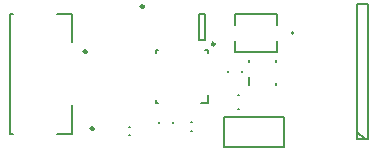
<source format=gto>
G04 Layer_Color=65535*
%FSLAX25Y25*%
%MOIN*%
G70*
G01*
G75*
%ADD49C,0.00984*%
%ADD50C,0.00600*%
%ADD51C,0.00669*%
%ADD52C,0.00787*%
D49*
X44955Y47307D02*
G03*
X44955Y47307I-492J0D01*
G01*
X28222Y6577D02*
G03*
X28222Y6577I-492J0D01*
G01*
X68602Y34774D02*
G03*
X68602Y34774I-492J0D01*
G01*
X25887Y32244D02*
G03*
X25887Y32244I-492J0D01*
G01*
D50*
X94770Y38575D02*
G03*
X94770Y38575I-300J0D01*
G01*
X89470Y32275D02*
Y35865D01*
X75270Y32275D02*
X89470D01*
X75270Y41285D02*
Y44875D01*
X89470D01*
Y41285D02*
Y44875D01*
X75270Y32275D02*
Y35865D01*
D51*
X80018Y21167D02*
Y23726D01*
Y28943D02*
Y29632D01*
X89073Y28943D02*
Y29632D01*
Y21167D02*
Y21856D01*
D52*
X63386Y35994D02*
Y44655D01*
X65354Y35994D02*
Y44655D01*
X63386D02*
X65354D01*
X63386Y35994D02*
X65354D01*
X71644Y10421D02*
X91644D01*
X71644Y421D02*
Y10421D01*
Y421D02*
X91644D01*
Y10421D01*
X20866Y35393D02*
Y44842D01*
X16142D02*
X20866D01*
Y4882D02*
Y14331D01*
X16142Y4881D02*
X20866D01*
X394Y44842D02*
X1181D01*
X394Y4881D02*
X1181D01*
X394Y4882D02*
Y44842D01*
X116075Y3012D02*
X119575D01*
Y48012D01*
X116075D02*
X119575D01*
X116075Y5512D02*
X118575Y3012D01*
X116075D02*
Y48012D01*
X65494Y32835D02*
X66380D01*
Y31949D02*
Y32835D01*
X48860Y31949D02*
Y32835D01*
X49746D01*
X48860Y15315D02*
X49746D01*
X48860D02*
Y16201D01*
X66380Y15315D02*
Y17776D01*
X63919Y15315D02*
X66380D01*
X39923Y4447D02*
X40317D01*
X39923Y7203D02*
X40317D01*
X73032Y25421D02*
Y25815D01*
X77559Y25421D02*
Y25815D01*
X76173Y17839D02*
X76567D01*
X76173Y13311D02*
X76567D01*
X60673Y5947D02*
X61067D01*
X60673Y8703D02*
X61067D01*
X50106Y8378D02*
Y8772D01*
X54634Y8378D02*
Y8772D01*
M02*

</source>
